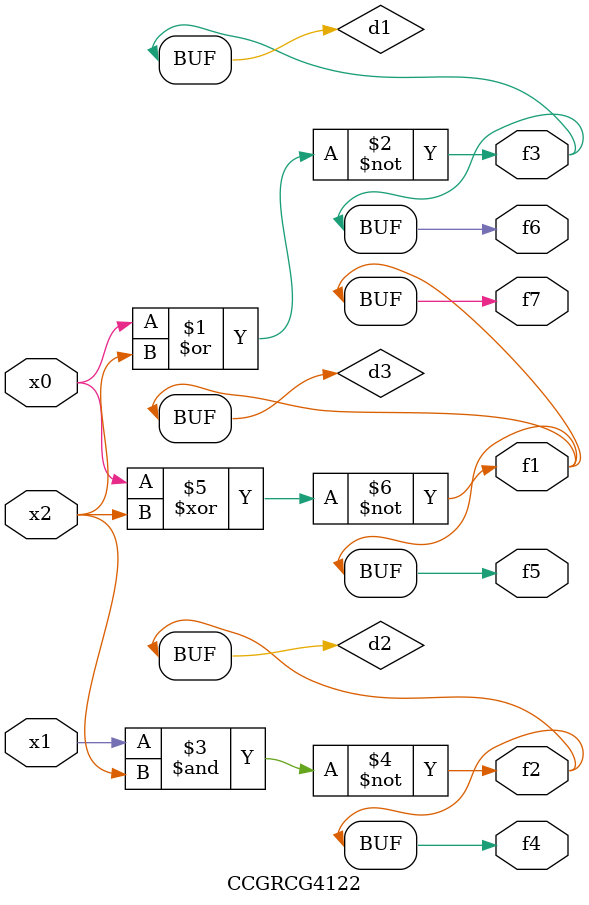
<source format=v>
module CCGRCG4122(
	input x0, x1, x2,
	output f1, f2, f3, f4, f5, f6, f7
);

	wire d1, d2, d3;

	nor (d1, x0, x2);
	nand (d2, x1, x2);
	xnor (d3, x0, x2);
	assign f1 = d3;
	assign f2 = d2;
	assign f3 = d1;
	assign f4 = d2;
	assign f5 = d3;
	assign f6 = d1;
	assign f7 = d3;
endmodule

</source>
